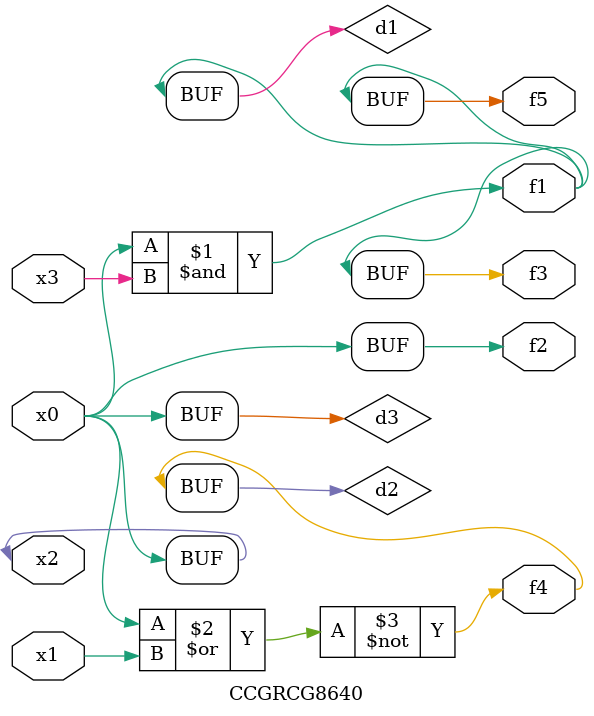
<source format=v>
module CCGRCG8640(
	input x0, x1, x2, x3,
	output f1, f2, f3, f4, f5
);

	wire d1, d2, d3;

	and (d1, x2, x3);
	nor (d2, x0, x1);
	buf (d3, x0, x2);
	assign f1 = d1;
	assign f2 = d3;
	assign f3 = d1;
	assign f4 = d2;
	assign f5 = d1;
endmodule

</source>
